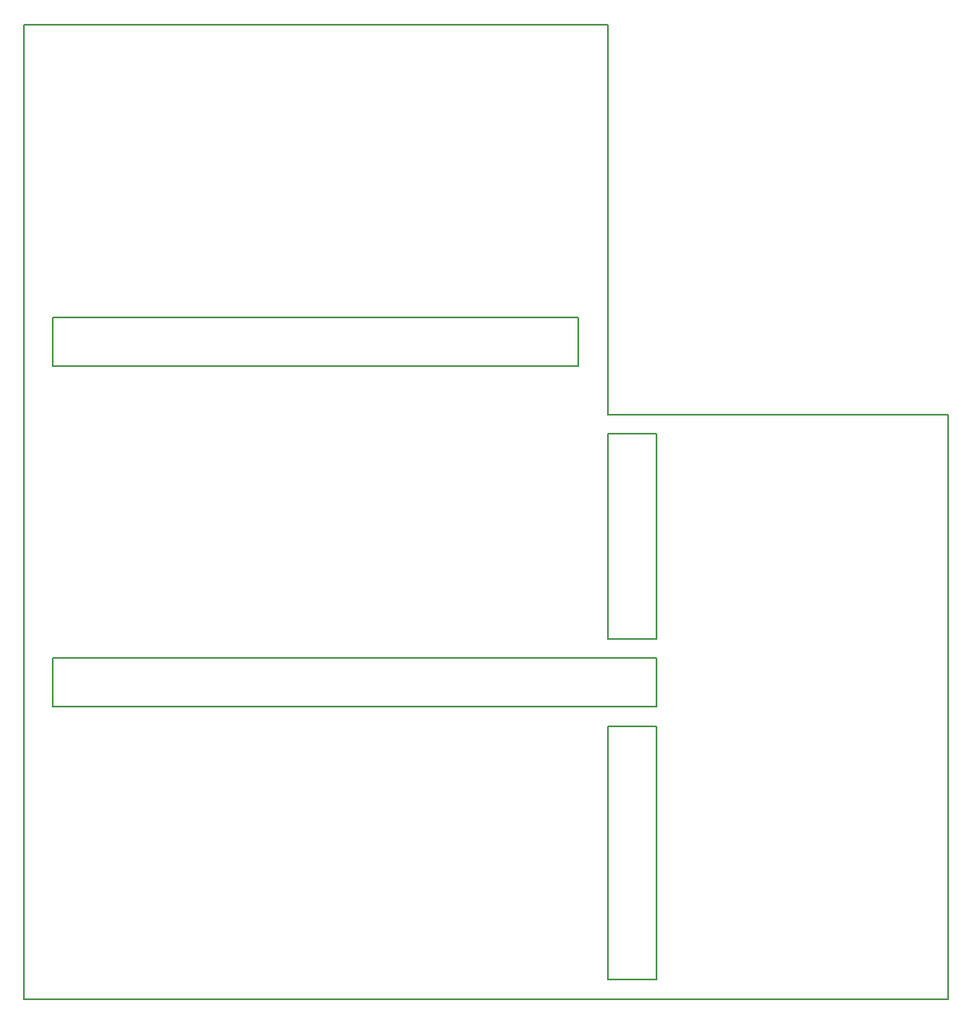
<source format=gbr>
G04 #@! TF.GenerationSoftware,KiCad,Pcbnew,(5.0.0)*
G04 #@! TF.CreationDate,2018-11-06T18:12:08+09:00*
G04 #@! TF.ProjectId,gb_cart_flash,67625F636172745F666C6173682E6B69,rev?*
G04 #@! TF.SameCoordinates,Original*
G04 #@! TF.FileFunction,Profile,NP*
%FSLAX46Y46*%
G04 Gerber Fmt 4.6, Leading zero omitted, Abs format (unit mm)*
G04 Created by KiCad (PCBNEW (5.0.0)) date 11/06/18 18:12:08*
%MOMM*%
%LPD*%
G01*
G04 APERTURE LIST*
%ADD10C,0.150000*%
G04 APERTURE END LIST*
D10*
X252000000Y-57000000D02*
X252000000Y-117000000D01*
X222000000Y-87000000D02*
X222000000Y-82000000D01*
X222000000Y-59000000D02*
X222000000Y-80000000D01*
X252000000Y-117000000D02*
X222000000Y-117000000D01*
X222000000Y-89000000D02*
X222000000Y-115000000D01*
X157000000Y-82000000D02*
X157000000Y-52000000D01*
X160000000Y-52000000D02*
X214000000Y-52000000D01*
X217000000Y-80000000D02*
X217000000Y-59000000D01*
X157000000Y-82000000D02*
X157000000Y-87000000D01*
X157000000Y-47000000D02*
X157000000Y-52000000D01*
X217000000Y-115000000D02*
X217000000Y-89000000D01*
X222000000Y-115000000D02*
X217000000Y-115000000D01*
X217000000Y-89000000D02*
X222000000Y-89000000D01*
X222000000Y-80000000D02*
X217000000Y-80000000D01*
X217000000Y-59000000D02*
X222000000Y-59000000D01*
X222000000Y-82000000D02*
X160000000Y-82000000D01*
X160000000Y-87000000D02*
X222000000Y-87000000D01*
X160000000Y-82000000D02*
X160000000Y-87000000D01*
X214000000Y-47000000D02*
X160000000Y-47000000D01*
X214000000Y-52000000D02*
X214000000Y-47000000D01*
X160000000Y-47000000D02*
X160000000Y-52000000D01*
X217000000Y-117000000D02*
X222000000Y-117000000D01*
X217000000Y-57000000D02*
X252000000Y-57000000D01*
X217000000Y-17000000D02*
X217000000Y-57000000D01*
X157000000Y-17000000D02*
X217000000Y-17000000D01*
X157000000Y-47000000D02*
X157000000Y-17000000D01*
X217000000Y-117000000D02*
X157000000Y-117000000D01*
X157000000Y-117000000D02*
X157000000Y-87000000D01*
M02*

</source>
